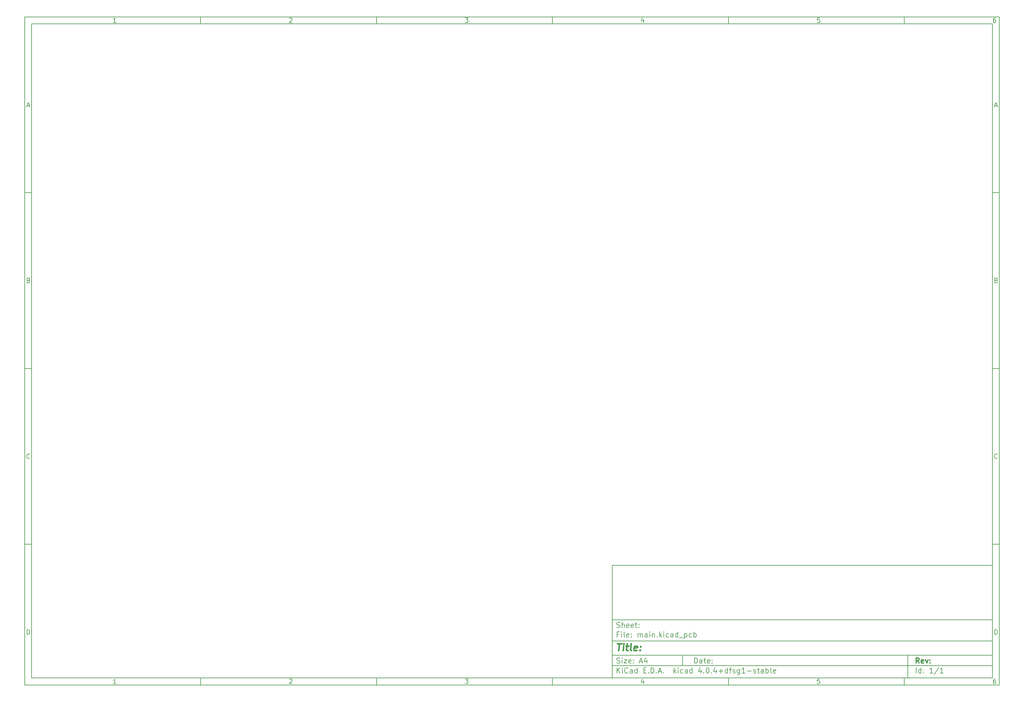
<source format=gbr>
G04 #@! TF.FileFunction,Legend,Bot*
%FSLAX46Y46*%
G04 Gerber Fmt 4.6, Leading zero omitted, Abs format (unit mm)*
G04 Created by KiCad (PCBNEW 4.0.4+dfsg1-stable) date Mon Feb 27 17:01:07 2017*
%MOMM*%
%LPD*%
G01*
G04 APERTURE LIST*
%ADD10C,0.100000*%
%ADD11C,0.150000*%
%ADD12C,0.300000*%
%ADD13C,0.400000*%
G04 APERTURE END LIST*
D10*
D11*
X177002200Y-166007200D02*
X177002200Y-198007200D01*
X285002200Y-198007200D01*
X285002200Y-166007200D01*
X177002200Y-166007200D01*
D10*
D11*
X10000000Y-10000000D02*
X10000000Y-200007200D01*
X287002200Y-200007200D01*
X287002200Y-10000000D01*
X10000000Y-10000000D01*
D10*
D11*
X12000000Y-12000000D02*
X12000000Y-198007200D01*
X285002200Y-198007200D01*
X285002200Y-12000000D01*
X12000000Y-12000000D01*
D10*
D11*
X60000000Y-12000000D02*
X60000000Y-10000000D01*
D10*
D11*
X110000000Y-12000000D02*
X110000000Y-10000000D01*
D10*
D11*
X160000000Y-12000000D02*
X160000000Y-10000000D01*
D10*
D11*
X210000000Y-12000000D02*
X210000000Y-10000000D01*
D10*
D11*
X260000000Y-12000000D02*
X260000000Y-10000000D01*
D10*
D11*
X35990476Y-11588095D02*
X35247619Y-11588095D01*
X35619048Y-11588095D02*
X35619048Y-10288095D01*
X35495238Y-10473810D01*
X35371429Y-10597619D01*
X35247619Y-10659524D01*
D10*
D11*
X85247619Y-10411905D02*
X85309524Y-10350000D01*
X85433333Y-10288095D01*
X85742857Y-10288095D01*
X85866667Y-10350000D01*
X85928571Y-10411905D01*
X85990476Y-10535714D01*
X85990476Y-10659524D01*
X85928571Y-10845238D01*
X85185714Y-11588095D01*
X85990476Y-11588095D01*
D10*
D11*
X135185714Y-10288095D02*
X135990476Y-10288095D01*
X135557143Y-10783333D01*
X135742857Y-10783333D01*
X135866667Y-10845238D01*
X135928571Y-10907143D01*
X135990476Y-11030952D01*
X135990476Y-11340476D01*
X135928571Y-11464286D01*
X135866667Y-11526190D01*
X135742857Y-11588095D01*
X135371429Y-11588095D01*
X135247619Y-11526190D01*
X135185714Y-11464286D01*
D10*
D11*
X185866667Y-10721429D02*
X185866667Y-11588095D01*
X185557143Y-10226190D02*
X185247619Y-11154762D01*
X186052381Y-11154762D01*
D10*
D11*
X235928571Y-10288095D02*
X235309524Y-10288095D01*
X235247619Y-10907143D01*
X235309524Y-10845238D01*
X235433333Y-10783333D01*
X235742857Y-10783333D01*
X235866667Y-10845238D01*
X235928571Y-10907143D01*
X235990476Y-11030952D01*
X235990476Y-11340476D01*
X235928571Y-11464286D01*
X235866667Y-11526190D01*
X235742857Y-11588095D01*
X235433333Y-11588095D01*
X235309524Y-11526190D01*
X235247619Y-11464286D01*
D10*
D11*
X285866667Y-10288095D02*
X285619048Y-10288095D01*
X285495238Y-10350000D01*
X285433333Y-10411905D01*
X285309524Y-10597619D01*
X285247619Y-10845238D01*
X285247619Y-11340476D01*
X285309524Y-11464286D01*
X285371429Y-11526190D01*
X285495238Y-11588095D01*
X285742857Y-11588095D01*
X285866667Y-11526190D01*
X285928571Y-11464286D01*
X285990476Y-11340476D01*
X285990476Y-11030952D01*
X285928571Y-10907143D01*
X285866667Y-10845238D01*
X285742857Y-10783333D01*
X285495238Y-10783333D01*
X285371429Y-10845238D01*
X285309524Y-10907143D01*
X285247619Y-11030952D01*
D10*
D11*
X60000000Y-198007200D02*
X60000000Y-200007200D01*
D10*
D11*
X110000000Y-198007200D02*
X110000000Y-200007200D01*
D10*
D11*
X160000000Y-198007200D02*
X160000000Y-200007200D01*
D10*
D11*
X210000000Y-198007200D02*
X210000000Y-200007200D01*
D10*
D11*
X260000000Y-198007200D02*
X260000000Y-200007200D01*
D10*
D11*
X35990476Y-199595295D02*
X35247619Y-199595295D01*
X35619048Y-199595295D02*
X35619048Y-198295295D01*
X35495238Y-198481010D01*
X35371429Y-198604819D01*
X35247619Y-198666724D01*
D10*
D11*
X85247619Y-198419105D02*
X85309524Y-198357200D01*
X85433333Y-198295295D01*
X85742857Y-198295295D01*
X85866667Y-198357200D01*
X85928571Y-198419105D01*
X85990476Y-198542914D01*
X85990476Y-198666724D01*
X85928571Y-198852438D01*
X85185714Y-199595295D01*
X85990476Y-199595295D01*
D10*
D11*
X135185714Y-198295295D02*
X135990476Y-198295295D01*
X135557143Y-198790533D01*
X135742857Y-198790533D01*
X135866667Y-198852438D01*
X135928571Y-198914343D01*
X135990476Y-199038152D01*
X135990476Y-199347676D01*
X135928571Y-199471486D01*
X135866667Y-199533390D01*
X135742857Y-199595295D01*
X135371429Y-199595295D01*
X135247619Y-199533390D01*
X135185714Y-199471486D01*
D10*
D11*
X185866667Y-198728629D02*
X185866667Y-199595295D01*
X185557143Y-198233390D02*
X185247619Y-199161962D01*
X186052381Y-199161962D01*
D10*
D11*
X235928571Y-198295295D02*
X235309524Y-198295295D01*
X235247619Y-198914343D01*
X235309524Y-198852438D01*
X235433333Y-198790533D01*
X235742857Y-198790533D01*
X235866667Y-198852438D01*
X235928571Y-198914343D01*
X235990476Y-199038152D01*
X235990476Y-199347676D01*
X235928571Y-199471486D01*
X235866667Y-199533390D01*
X235742857Y-199595295D01*
X235433333Y-199595295D01*
X235309524Y-199533390D01*
X235247619Y-199471486D01*
D10*
D11*
X285866667Y-198295295D02*
X285619048Y-198295295D01*
X285495238Y-198357200D01*
X285433333Y-198419105D01*
X285309524Y-198604819D01*
X285247619Y-198852438D01*
X285247619Y-199347676D01*
X285309524Y-199471486D01*
X285371429Y-199533390D01*
X285495238Y-199595295D01*
X285742857Y-199595295D01*
X285866667Y-199533390D01*
X285928571Y-199471486D01*
X285990476Y-199347676D01*
X285990476Y-199038152D01*
X285928571Y-198914343D01*
X285866667Y-198852438D01*
X285742857Y-198790533D01*
X285495238Y-198790533D01*
X285371429Y-198852438D01*
X285309524Y-198914343D01*
X285247619Y-199038152D01*
D10*
D11*
X10000000Y-60000000D02*
X12000000Y-60000000D01*
D10*
D11*
X10000000Y-110000000D02*
X12000000Y-110000000D01*
D10*
D11*
X10000000Y-160000000D02*
X12000000Y-160000000D01*
D10*
D11*
X10690476Y-35216667D02*
X11309524Y-35216667D01*
X10566667Y-35588095D02*
X11000000Y-34288095D01*
X11433333Y-35588095D01*
D10*
D11*
X11092857Y-84907143D02*
X11278571Y-84969048D01*
X11340476Y-85030952D01*
X11402381Y-85154762D01*
X11402381Y-85340476D01*
X11340476Y-85464286D01*
X11278571Y-85526190D01*
X11154762Y-85588095D01*
X10659524Y-85588095D01*
X10659524Y-84288095D01*
X11092857Y-84288095D01*
X11216667Y-84350000D01*
X11278571Y-84411905D01*
X11340476Y-84535714D01*
X11340476Y-84659524D01*
X11278571Y-84783333D01*
X11216667Y-84845238D01*
X11092857Y-84907143D01*
X10659524Y-84907143D01*
D10*
D11*
X11402381Y-135464286D02*
X11340476Y-135526190D01*
X11154762Y-135588095D01*
X11030952Y-135588095D01*
X10845238Y-135526190D01*
X10721429Y-135402381D01*
X10659524Y-135278571D01*
X10597619Y-135030952D01*
X10597619Y-134845238D01*
X10659524Y-134597619D01*
X10721429Y-134473810D01*
X10845238Y-134350000D01*
X11030952Y-134288095D01*
X11154762Y-134288095D01*
X11340476Y-134350000D01*
X11402381Y-134411905D01*
D10*
D11*
X10659524Y-185588095D02*
X10659524Y-184288095D01*
X10969048Y-184288095D01*
X11154762Y-184350000D01*
X11278571Y-184473810D01*
X11340476Y-184597619D01*
X11402381Y-184845238D01*
X11402381Y-185030952D01*
X11340476Y-185278571D01*
X11278571Y-185402381D01*
X11154762Y-185526190D01*
X10969048Y-185588095D01*
X10659524Y-185588095D01*
D10*
D11*
X287002200Y-60000000D02*
X285002200Y-60000000D01*
D10*
D11*
X287002200Y-110000000D02*
X285002200Y-110000000D01*
D10*
D11*
X287002200Y-160000000D02*
X285002200Y-160000000D01*
D10*
D11*
X285692676Y-35216667D02*
X286311724Y-35216667D01*
X285568867Y-35588095D02*
X286002200Y-34288095D01*
X286435533Y-35588095D01*
D10*
D11*
X286095057Y-84907143D02*
X286280771Y-84969048D01*
X286342676Y-85030952D01*
X286404581Y-85154762D01*
X286404581Y-85340476D01*
X286342676Y-85464286D01*
X286280771Y-85526190D01*
X286156962Y-85588095D01*
X285661724Y-85588095D01*
X285661724Y-84288095D01*
X286095057Y-84288095D01*
X286218867Y-84350000D01*
X286280771Y-84411905D01*
X286342676Y-84535714D01*
X286342676Y-84659524D01*
X286280771Y-84783333D01*
X286218867Y-84845238D01*
X286095057Y-84907143D01*
X285661724Y-84907143D01*
D10*
D11*
X286404581Y-135464286D02*
X286342676Y-135526190D01*
X286156962Y-135588095D01*
X286033152Y-135588095D01*
X285847438Y-135526190D01*
X285723629Y-135402381D01*
X285661724Y-135278571D01*
X285599819Y-135030952D01*
X285599819Y-134845238D01*
X285661724Y-134597619D01*
X285723629Y-134473810D01*
X285847438Y-134350000D01*
X286033152Y-134288095D01*
X286156962Y-134288095D01*
X286342676Y-134350000D01*
X286404581Y-134411905D01*
D10*
D11*
X285661724Y-185588095D02*
X285661724Y-184288095D01*
X285971248Y-184288095D01*
X286156962Y-184350000D01*
X286280771Y-184473810D01*
X286342676Y-184597619D01*
X286404581Y-184845238D01*
X286404581Y-185030952D01*
X286342676Y-185278571D01*
X286280771Y-185402381D01*
X286156962Y-185526190D01*
X285971248Y-185588095D01*
X285661724Y-185588095D01*
D10*
D11*
X200359343Y-193785771D02*
X200359343Y-192285771D01*
X200716486Y-192285771D01*
X200930771Y-192357200D01*
X201073629Y-192500057D01*
X201145057Y-192642914D01*
X201216486Y-192928629D01*
X201216486Y-193142914D01*
X201145057Y-193428629D01*
X201073629Y-193571486D01*
X200930771Y-193714343D01*
X200716486Y-193785771D01*
X200359343Y-193785771D01*
X202502200Y-193785771D02*
X202502200Y-193000057D01*
X202430771Y-192857200D01*
X202287914Y-192785771D01*
X202002200Y-192785771D01*
X201859343Y-192857200D01*
X202502200Y-193714343D02*
X202359343Y-193785771D01*
X202002200Y-193785771D01*
X201859343Y-193714343D01*
X201787914Y-193571486D01*
X201787914Y-193428629D01*
X201859343Y-193285771D01*
X202002200Y-193214343D01*
X202359343Y-193214343D01*
X202502200Y-193142914D01*
X203002200Y-192785771D02*
X203573629Y-192785771D01*
X203216486Y-192285771D02*
X203216486Y-193571486D01*
X203287914Y-193714343D01*
X203430772Y-193785771D01*
X203573629Y-193785771D01*
X204645057Y-193714343D02*
X204502200Y-193785771D01*
X204216486Y-193785771D01*
X204073629Y-193714343D01*
X204002200Y-193571486D01*
X204002200Y-193000057D01*
X204073629Y-192857200D01*
X204216486Y-192785771D01*
X204502200Y-192785771D01*
X204645057Y-192857200D01*
X204716486Y-193000057D01*
X204716486Y-193142914D01*
X204002200Y-193285771D01*
X205359343Y-193642914D02*
X205430771Y-193714343D01*
X205359343Y-193785771D01*
X205287914Y-193714343D01*
X205359343Y-193642914D01*
X205359343Y-193785771D01*
X205359343Y-192857200D02*
X205430771Y-192928629D01*
X205359343Y-193000057D01*
X205287914Y-192928629D01*
X205359343Y-192857200D01*
X205359343Y-193000057D01*
D10*
D11*
X177002200Y-194507200D02*
X285002200Y-194507200D01*
D10*
D11*
X178359343Y-196585771D02*
X178359343Y-195085771D01*
X179216486Y-196585771D02*
X178573629Y-195728629D01*
X179216486Y-195085771D02*
X178359343Y-195942914D01*
X179859343Y-196585771D02*
X179859343Y-195585771D01*
X179859343Y-195085771D02*
X179787914Y-195157200D01*
X179859343Y-195228629D01*
X179930771Y-195157200D01*
X179859343Y-195085771D01*
X179859343Y-195228629D01*
X181430772Y-196442914D02*
X181359343Y-196514343D01*
X181145057Y-196585771D01*
X181002200Y-196585771D01*
X180787915Y-196514343D01*
X180645057Y-196371486D01*
X180573629Y-196228629D01*
X180502200Y-195942914D01*
X180502200Y-195728629D01*
X180573629Y-195442914D01*
X180645057Y-195300057D01*
X180787915Y-195157200D01*
X181002200Y-195085771D01*
X181145057Y-195085771D01*
X181359343Y-195157200D01*
X181430772Y-195228629D01*
X182716486Y-196585771D02*
X182716486Y-195800057D01*
X182645057Y-195657200D01*
X182502200Y-195585771D01*
X182216486Y-195585771D01*
X182073629Y-195657200D01*
X182716486Y-196514343D02*
X182573629Y-196585771D01*
X182216486Y-196585771D01*
X182073629Y-196514343D01*
X182002200Y-196371486D01*
X182002200Y-196228629D01*
X182073629Y-196085771D01*
X182216486Y-196014343D01*
X182573629Y-196014343D01*
X182716486Y-195942914D01*
X184073629Y-196585771D02*
X184073629Y-195085771D01*
X184073629Y-196514343D02*
X183930772Y-196585771D01*
X183645058Y-196585771D01*
X183502200Y-196514343D01*
X183430772Y-196442914D01*
X183359343Y-196300057D01*
X183359343Y-195871486D01*
X183430772Y-195728629D01*
X183502200Y-195657200D01*
X183645058Y-195585771D01*
X183930772Y-195585771D01*
X184073629Y-195657200D01*
X185930772Y-195800057D02*
X186430772Y-195800057D01*
X186645058Y-196585771D02*
X185930772Y-196585771D01*
X185930772Y-195085771D01*
X186645058Y-195085771D01*
X187287915Y-196442914D02*
X187359343Y-196514343D01*
X187287915Y-196585771D01*
X187216486Y-196514343D01*
X187287915Y-196442914D01*
X187287915Y-196585771D01*
X188002201Y-196585771D02*
X188002201Y-195085771D01*
X188359344Y-195085771D01*
X188573629Y-195157200D01*
X188716487Y-195300057D01*
X188787915Y-195442914D01*
X188859344Y-195728629D01*
X188859344Y-195942914D01*
X188787915Y-196228629D01*
X188716487Y-196371486D01*
X188573629Y-196514343D01*
X188359344Y-196585771D01*
X188002201Y-196585771D01*
X189502201Y-196442914D02*
X189573629Y-196514343D01*
X189502201Y-196585771D01*
X189430772Y-196514343D01*
X189502201Y-196442914D01*
X189502201Y-196585771D01*
X190145058Y-196157200D02*
X190859344Y-196157200D01*
X190002201Y-196585771D02*
X190502201Y-195085771D01*
X191002201Y-196585771D01*
X191502201Y-196442914D02*
X191573629Y-196514343D01*
X191502201Y-196585771D01*
X191430772Y-196514343D01*
X191502201Y-196442914D01*
X191502201Y-196585771D01*
X194502201Y-196585771D02*
X194502201Y-195085771D01*
X194645058Y-196014343D02*
X195073629Y-196585771D01*
X195073629Y-195585771D02*
X194502201Y-196157200D01*
X195716487Y-196585771D02*
X195716487Y-195585771D01*
X195716487Y-195085771D02*
X195645058Y-195157200D01*
X195716487Y-195228629D01*
X195787915Y-195157200D01*
X195716487Y-195085771D01*
X195716487Y-195228629D01*
X197073630Y-196514343D02*
X196930773Y-196585771D01*
X196645059Y-196585771D01*
X196502201Y-196514343D01*
X196430773Y-196442914D01*
X196359344Y-196300057D01*
X196359344Y-195871486D01*
X196430773Y-195728629D01*
X196502201Y-195657200D01*
X196645059Y-195585771D01*
X196930773Y-195585771D01*
X197073630Y-195657200D01*
X198359344Y-196585771D02*
X198359344Y-195800057D01*
X198287915Y-195657200D01*
X198145058Y-195585771D01*
X197859344Y-195585771D01*
X197716487Y-195657200D01*
X198359344Y-196514343D02*
X198216487Y-196585771D01*
X197859344Y-196585771D01*
X197716487Y-196514343D01*
X197645058Y-196371486D01*
X197645058Y-196228629D01*
X197716487Y-196085771D01*
X197859344Y-196014343D01*
X198216487Y-196014343D01*
X198359344Y-195942914D01*
X199716487Y-196585771D02*
X199716487Y-195085771D01*
X199716487Y-196514343D02*
X199573630Y-196585771D01*
X199287916Y-196585771D01*
X199145058Y-196514343D01*
X199073630Y-196442914D01*
X199002201Y-196300057D01*
X199002201Y-195871486D01*
X199073630Y-195728629D01*
X199145058Y-195657200D01*
X199287916Y-195585771D01*
X199573630Y-195585771D01*
X199716487Y-195657200D01*
X202216487Y-195585771D02*
X202216487Y-196585771D01*
X201859344Y-195014343D02*
X201502201Y-196085771D01*
X202430773Y-196085771D01*
X203002201Y-196442914D02*
X203073629Y-196514343D01*
X203002201Y-196585771D01*
X202930772Y-196514343D01*
X203002201Y-196442914D01*
X203002201Y-196585771D01*
X204002201Y-195085771D02*
X204145058Y-195085771D01*
X204287915Y-195157200D01*
X204359344Y-195228629D01*
X204430773Y-195371486D01*
X204502201Y-195657200D01*
X204502201Y-196014343D01*
X204430773Y-196300057D01*
X204359344Y-196442914D01*
X204287915Y-196514343D01*
X204145058Y-196585771D01*
X204002201Y-196585771D01*
X203859344Y-196514343D01*
X203787915Y-196442914D01*
X203716487Y-196300057D01*
X203645058Y-196014343D01*
X203645058Y-195657200D01*
X203716487Y-195371486D01*
X203787915Y-195228629D01*
X203859344Y-195157200D01*
X204002201Y-195085771D01*
X205145058Y-196442914D02*
X205216486Y-196514343D01*
X205145058Y-196585771D01*
X205073629Y-196514343D01*
X205145058Y-196442914D01*
X205145058Y-196585771D01*
X206502201Y-195585771D02*
X206502201Y-196585771D01*
X206145058Y-195014343D02*
X205787915Y-196085771D01*
X206716487Y-196085771D01*
X207287915Y-196014343D02*
X208430772Y-196014343D01*
X207859343Y-196585771D02*
X207859343Y-195442914D01*
X209787915Y-196585771D02*
X209787915Y-195085771D01*
X209787915Y-196514343D02*
X209645058Y-196585771D01*
X209359344Y-196585771D01*
X209216486Y-196514343D01*
X209145058Y-196442914D01*
X209073629Y-196300057D01*
X209073629Y-195871486D01*
X209145058Y-195728629D01*
X209216486Y-195657200D01*
X209359344Y-195585771D01*
X209645058Y-195585771D01*
X209787915Y-195657200D01*
X210287915Y-195585771D02*
X210859344Y-195585771D01*
X210502201Y-196585771D02*
X210502201Y-195300057D01*
X210573629Y-195157200D01*
X210716487Y-195085771D01*
X210859344Y-195085771D01*
X211287915Y-196514343D02*
X211430772Y-196585771D01*
X211716487Y-196585771D01*
X211859344Y-196514343D01*
X211930772Y-196371486D01*
X211930772Y-196300057D01*
X211859344Y-196157200D01*
X211716487Y-196085771D01*
X211502201Y-196085771D01*
X211359344Y-196014343D01*
X211287915Y-195871486D01*
X211287915Y-195800057D01*
X211359344Y-195657200D01*
X211502201Y-195585771D01*
X211716487Y-195585771D01*
X211859344Y-195657200D01*
X213216487Y-195585771D02*
X213216487Y-196800057D01*
X213145058Y-196942914D01*
X213073630Y-197014343D01*
X212930773Y-197085771D01*
X212716487Y-197085771D01*
X212573630Y-197014343D01*
X213216487Y-196514343D02*
X213073630Y-196585771D01*
X212787916Y-196585771D01*
X212645058Y-196514343D01*
X212573630Y-196442914D01*
X212502201Y-196300057D01*
X212502201Y-195871486D01*
X212573630Y-195728629D01*
X212645058Y-195657200D01*
X212787916Y-195585771D01*
X213073630Y-195585771D01*
X213216487Y-195657200D01*
X214716487Y-196585771D02*
X213859344Y-196585771D01*
X214287916Y-196585771D02*
X214287916Y-195085771D01*
X214145059Y-195300057D01*
X214002201Y-195442914D01*
X213859344Y-195514343D01*
X215359344Y-196014343D02*
X216502201Y-196014343D01*
X217145058Y-196514343D02*
X217287915Y-196585771D01*
X217573630Y-196585771D01*
X217716487Y-196514343D01*
X217787915Y-196371486D01*
X217787915Y-196300057D01*
X217716487Y-196157200D01*
X217573630Y-196085771D01*
X217359344Y-196085771D01*
X217216487Y-196014343D01*
X217145058Y-195871486D01*
X217145058Y-195800057D01*
X217216487Y-195657200D01*
X217359344Y-195585771D01*
X217573630Y-195585771D01*
X217716487Y-195657200D01*
X218216487Y-195585771D02*
X218787916Y-195585771D01*
X218430773Y-195085771D02*
X218430773Y-196371486D01*
X218502201Y-196514343D01*
X218645059Y-196585771D01*
X218787916Y-196585771D01*
X219930773Y-196585771D02*
X219930773Y-195800057D01*
X219859344Y-195657200D01*
X219716487Y-195585771D01*
X219430773Y-195585771D01*
X219287916Y-195657200D01*
X219930773Y-196514343D02*
X219787916Y-196585771D01*
X219430773Y-196585771D01*
X219287916Y-196514343D01*
X219216487Y-196371486D01*
X219216487Y-196228629D01*
X219287916Y-196085771D01*
X219430773Y-196014343D01*
X219787916Y-196014343D01*
X219930773Y-195942914D01*
X220645059Y-196585771D02*
X220645059Y-195085771D01*
X220645059Y-195657200D02*
X220787916Y-195585771D01*
X221073630Y-195585771D01*
X221216487Y-195657200D01*
X221287916Y-195728629D01*
X221359345Y-195871486D01*
X221359345Y-196300057D01*
X221287916Y-196442914D01*
X221216487Y-196514343D01*
X221073630Y-196585771D01*
X220787916Y-196585771D01*
X220645059Y-196514343D01*
X222216488Y-196585771D02*
X222073630Y-196514343D01*
X222002202Y-196371486D01*
X222002202Y-195085771D01*
X223359344Y-196514343D02*
X223216487Y-196585771D01*
X222930773Y-196585771D01*
X222787916Y-196514343D01*
X222716487Y-196371486D01*
X222716487Y-195800057D01*
X222787916Y-195657200D01*
X222930773Y-195585771D01*
X223216487Y-195585771D01*
X223359344Y-195657200D01*
X223430773Y-195800057D01*
X223430773Y-195942914D01*
X222716487Y-196085771D01*
D10*
D11*
X177002200Y-191507200D02*
X285002200Y-191507200D01*
D10*
D12*
X264216486Y-193785771D02*
X263716486Y-193071486D01*
X263359343Y-193785771D02*
X263359343Y-192285771D01*
X263930771Y-192285771D01*
X264073629Y-192357200D01*
X264145057Y-192428629D01*
X264216486Y-192571486D01*
X264216486Y-192785771D01*
X264145057Y-192928629D01*
X264073629Y-193000057D01*
X263930771Y-193071486D01*
X263359343Y-193071486D01*
X265430771Y-193714343D02*
X265287914Y-193785771D01*
X265002200Y-193785771D01*
X264859343Y-193714343D01*
X264787914Y-193571486D01*
X264787914Y-193000057D01*
X264859343Y-192857200D01*
X265002200Y-192785771D01*
X265287914Y-192785771D01*
X265430771Y-192857200D01*
X265502200Y-193000057D01*
X265502200Y-193142914D01*
X264787914Y-193285771D01*
X266002200Y-192785771D02*
X266359343Y-193785771D01*
X266716485Y-192785771D01*
X267287914Y-193642914D02*
X267359342Y-193714343D01*
X267287914Y-193785771D01*
X267216485Y-193714343D01*
X267287914Y-193642914D01*
X267287914Y-193785771D01*
X267287914Y-192857200D02*
X267359342Y-192928629D01*
X267287914Y-193000057D01*
X267216485Y-192928629D01*
X267287914Y-192857200D01*
X267287914Y-193000057D01*
D10*
D11*
X178287914Y-193714343D02*
X178502200Y-193785771D01*
X178859343Y-193785771D01*
X179002200Y-193714343D01*
X179073629Y-193642914D01*
X179145057Y-193500057D01*
X179145057Y-193357200D01*
X179073629Y-193214343D01*
X179002200Y-193142914D01*
X178859343Y-193071486D01*
X178573629Y-193000057D01*
X178430771Y-192928629D01*
X178359343Y-192857200D01*
X178287914Y-192714343D01*
X178287914Y-192571486D01*
X178359343Y-192428629D01*
X178430771Y-192357200D01*
X178573629Y-192285771D01*
X178930771Y-192285771D01*
X179145057Y-192357200D01*
X179787914Y-193785771D02*
X179787914Y-192785771D01*
X179787914Y-192285771D02*
X179716485Y-192357200D01*
X179787914Y-192428629D01*
X179859342Y-192357200D01*
X179787914Y-192285771D01*
X179787914Y-192428629D01*
X180359343Y-192785771D02*
X181145057Y-192785771D01*
X180359343Y-193785771D01*
X181145057Y-193785771D01*
X182287914Y-193714343D02*
X182145057Y-193785771D01*
X181859343Y-193785771D01*
X181716486Y-193714343D01*
X181645057Y-193571486D01*
X181645057Y-193000057D01*
X181716486Y-192857200D01*
X181859343Y-192785771D01*
X182145057Y-192785771D01*
X182287914Y-192857200D01*
X182359343Y-193000057D01*
X182359343Y-193142914D01*
X181645057Y-193285771D01*
X183002200Y-193642914D02*
X183073628Y-193714343D01*
X183002200Y-193785771D01*
X182930771Y-193714343D01*
X183002200Y-193642914D01*
X183002200Y-193785771D01*
X183002200Y-192857200D02*
X183073628Y-192928629D01*
X183002200Y-193000057D01*
X182930771Y-192928629D01*
X183002200Y-192857200D01*
X183002200Y-193000057D01*
X184787914Y-193357200D02*
X185502200Y-193357200D01*
X184645057Y-193785771D02*
X185145057Y-192285771D01*
X185645057Y-193785771D01*
X186787914Y-192785771D02*
X186787914Y-193785771D01*
X186430771Y-192214343D02*
X186073628Y-193285771D01*
X187002200Y-193285771D01*
D10*
D11*
X263359343Y-196585771D02*
X263359343Y-195085771D01*
X264716486Y-196585771D02*
X264716486Y-195085771D01*
X264716486Y-196514343D02*
X264573629Y-196585771D01*
X264287915Y-196585771D01*
X264145057Y-196514343D01*
X264073629Y-196442914D01*
X264002200Y-196300057D01*
X264002200Y-195871486D01*
X264073629Y-195728629D01*
X264145057Y-195657200D01*
X264287915Y-195585771D01*
X264573629Y-195585771D01*
X264716486Y-195657200D01*
X265430772Y-196442914D02*
X265502200Y-196514343D01*
X265430772Y-196585771D01*
X265359343Y-196514343D01*
X265430772Y-196442914D01*
X265430772Y-196585771D01*
X265430772Y-195657200D02*
X265502200Y-195728629D01*
X265430772Y-195800057D01*
X265359343Y-195728629D01*
X265430772Y-195657200D01*
X265430772Y-195800057D01*
X268073629Y-196585771D02*
X267216486Y-196585771D01*
X267645058Y-196585771D02*
X267645058Y-195085771D01*
X267502201Y-195300057D01*
X267359343Y-195442914D01*
X267216486Y-195514343D01*
X269787914Y-195014343D02*
X268502200Y-196942914D01*
X271073629Y-196585771D02*
X270216486Y-196585771D01*
X270645058Y-196585771D02*
X270645058Y-195085771D01*
X270502201Y-195300057D01*
X270359343Y-195442914D01*
X270216486Y-195514343D01*
D10*
D11*
X177002200Y-187507200D02*
X285002200Y-187507200D01*
D10*
D13*
X178454581Y-188211962D02*
X179597438Y-188211962D01*
X178776010Y-190211962D02*
X179026010Y-188211962D01*
X180014105Y-190211962D02*
X180180771Y-188878629D01*
X180264105Y-188211962D02*
X180156962Y-188307200D01*
X180240295Y-188402438D01*
X180347439Y-188307200D01*
X180264105Y-188211962D01*
X180240295Y-188402438D01*
X180847438Y-188878629D02*
X181609343Y-188878629D01*
X181216486Y-188211962D02*
X181002200Y-189926248D01*
X181073630Y-190116724D01*
X181252201Y-190211962D01*
X181442677Y-190211962D01*
X182395058Y-190211962D02*
X182216487Y-190116724D01*
X182145057Y-189926248D01*
X182359343Y-188211962D01*
X183930772Y-190116724D02*
X183728391Y-190211962D01*
X183347439Y-190211962D01*
X183168867Y-190116724D01*
X183097438Y-189926248D01*
X183192676Y-189164343D01*
X183311724Y-188973867D01*
X183514105Y-188878629D01*
X183895057Y-188878629D01*
X184073629Y-188973867D01*
X184145057Y-189164343D01*
X184121248Y-189354819D01*
X183145057Y-189545295D01*
X184895057Y-190021486D02*
X184978392Y-190116724D01*
X184871248Y-190211962D01*
X184787915Y-190116724D01*
X184895057Y-190021486D01*
X184871248Y-190211962D01*
X185026010Y-188973867D02*
X185109344Y-189069105D01*
X185002200Y-189164343D01*
X184918867Y-189069105D01*
X185026010Y-188973867D01*
X185002200Y-189164343D01*
D10*
D11*
X178859343Y-185600057D02*
X178359343Y-185600057D01*
X178359343Y-186385771D02*
X178359343Y-184885771D01*
X179073629Y-184885771D01*
X179645057Y-186385771D02*
X179645057Y-185385771D01*
X179645057Y-184885771D02*
X179573628Y-184957200D01*
X179645057Y-185028629D01*
X179716485Y-184957200D01*
X179645057Y-184885771D01*
X179645057Y-185028629D01*
X180573629Y-186385771D02*
X180430771Y-186314343D01*
X180359343Y-186171486D01*
X180359343Y-184885771D01*
X181716485Y-186314343D02*
X181573628Y-186385771D01*
X181287914Y-186385771D01*
X181145057Y-186314343D01*
X181073628Y-186171486D01*
X181073628Y-185600057D01*
X181145057Y-185457200D01*
X181287914Y-185385771D01*
X181573628Y-185385771D01*
X181716485Y-185457200D01*
X181787914Y-185600057D01*
X181787914Y-185742914D01*
X181073628Y-185885771D01*
X182430771Y-186242914D02*
X182502199Y-186314343D01*
X182430771Y-186385771D01*
X182359342Y-186314343D01*
X182430771Y-186242914D01*
X182430771Y-186385771D01*
X182430771Y-185457200D02*
X182502199Y-185528629D01*
X182430771Y-185600057D01*
X182359342Y-185528629D01*
X182430771Y-185457200D01*
X182430771Y-185600057D01*
X184287914Y-186385771D02*
X184287914Y-185385771D01*
X184287914Y-185528629D02*
X184359342Y-185457200D01*
X184502200Y-185385771D01*
X184716485Y-185385771D01*
X184859342Y-185457200D01*
X184930771Y-185600057D01*
X184930771Y-186385771D01*
X184930771Y-185600057D02*
X185002200Y-185457200D01*
X185145057Y-185385771D01*
X185359342Y-185385771D01*
X185502200Y-185457200D01*
X185573628Y-185600057D01*
X185573628Y-186385771D01*
X186930771Y-186385771D02*
X186930771Y-185600057D01*
X186859342Y-185457200D01*
X186716485Y-185385771D01*
X186430771Y-185385771D01*
X186287914Y-185457200D01*
X186930771Y-186314343D02*
X186787914Y-186385771D01*
X186430771Y-186385771D01*
X186287914Y-186314343D01*
X186216485Y-186171486D01*
X186216485Y-186028629D01*
X186287914Y-185885771D01*
X186430771Y-185814343D01*
X186787914Y-185814343D01*
X186930771Y-185742914D01*
X187645057Y-186385771D02*
X187645057Y-185385771D01*
X187645057Y-184885771D02*
X187573628Y-184957200D01*
X187645057Y-185028629D01*
X187716485Y-184957200D01*
X187645057Y-184885771D01*
X187645057Y-185028629D01*
X188359343Y-185385771D02*
X188359343Y-186385771D01*
X188359343Y-185528629D02*
X188430771Y-185457200D01*
X188573629Y-185385771D01*
X188787914Y-185385771D01*
X188930771Y-185457200D01*
X189002200Y-185600057D01*
X189002200Y-186385771D01*
X189716486Y-186242914D02*
X189787914Y-186314343D01*
X189716486Y-186385771D01*
X189645057Y-186314343D01*
X189716486Y-186242914D01*
X189716486Y-186385771D01*
X190430772Y-186385771D02*
X190430772Y-184885771D01*
X190573629Y-185814343D02*
X191002200Y-186385771D01*
X191002200Y-185385771D02*
X190430772Y-185957200D01*
X191645058Y-186385771D02*
X191645058Y-185385771D01*
X191645058Y-184885771D02*
X191573629Y-184957200D01*
X191645058Y-185028629D01*
X191716486Y-184957200D01*
X191645058Y-184885771D01*
X191645058Y-185028629D01*
X193002201Y-186314343D02*
X192859344Y-186385771D01*
X192573630Y-186385771D01*
X192430772Y-186314343D01*
X192359344Y-186242914D01*
X192287915Y-186100057D01*
X192287915Y-185671486D01*
X192359344Y-185528629D01*
X192430772Y-185457200D01*
X192573630Y-185385771D01*
X192859344Y-185385771D01*
X193002201Y-185457200D01*
X194287915Y-186385771D02*
X194287915Y-185600057D01*
X194216486Y-185457200D01*
X194073629Y-185385771D01*
X193787915Y-185385771D01*
X193645058Y-185457200D01*
X194287915Y-186314343D02*
X194145058Y-186385771D01*
X193787915Y-186385771D01*
X193645058Y-186314343D01*
X193573629Y-186171486D01*
X193573629Y-186028629D01*
X193645058Y-185885771D01*
X193787915Y-185814343D01*
X194145058Y-185814343D01*
X194287915Y-185742914D01*
X195645058Y-186385771D02*
X195645058Y-184885771D01*
X195645058Y-186314343D02*
X195502201Y-186385771D01*
X195216487Y-186385771D01*
X195073629Y-186314343D01*
X195002201Y-186242914D01*
X194930772Y-186100057D01*
X194930772Y-185671486D01*
X195002201Y-185528629D01*
X195073629Y-185457200D01*
X195216487Y-185385771D01*
X195502201Y-185385771D01*
X195645058Y-185457200D01*
X196002201Y-186528629D02*
X197145058Y-186528629D01*
X197502201Y-185385771D02*
X197502201Y-186885771D01*
X197502201Y-185457200D02*
X197645058Y-185385771D01*
X197930772Y-185385771D01*
X198073629Y-185457200D01*
X198145058Y-185528629D01*
X198216487Y-185671486D01*
X198216487Y-186100057D01*
X198145058Y-186242914D01*
X198073629Y-186314343D01*
X197930772Y-186385771D01*
X197645058Y-186385771D01*
X197502201Y-186314343D01*
X199502201Y-186314343D02*
X199359344Y-186385771D01*
X199073630Y-186385771D01*
X198930772Y-186314343D01*
X198859344Y-186242914D01*
X198787915Y-186100057D01*
X198787915Y-185671486D01*
X198859344Y-185528629D01*
X198930772Y-185457200D01*
X199073630Y-185385771D01*
X199359344Y-185385771D01*
X199502201Y-185457200D01*
X200145058Y-186385771D02*
X200145058Y-184885771D01*
X200145058Y-185457200D02*
X200287915Y-185385771D01*
X200573629Y-185385771D01*
X200716486Y-185457200D01*
X200787915Y-185528629D01*
X200859344Y-185671486D01*
X200859344Y-186100057D01*
X200787915Y-186242914D01*
X200716486Y-186314343D01*
X200573629Y-186385771D01*
X200287915Y-186385771D01*
X200145058Y-186314343D01*
D10*
D11*
X177002200Y-181507200D02*
X285002200Y-181507200D01*
D10*
D11*
X178287914Y-183614343D02*
X178502200Y-183685771D01*
X178859343Y-183685771D01*
X179002200Y-183614343D01*
X179073629Y-183542914D01*
X179145057Y-183400057D01*
X179145057Y-183257200D01*
X179073629Y-183114343D01*
X179002200Y-183042914D01*
X178859343Y-182971486D01*
X178573629Y-182900057D01*
X178430771Y-182828629D01*
X178359343Y-182757200D01*
X178287914Y-182614343D01*
X178287914Y-182471486D01*
X178359343Y-182328629D01*
X178430771Y-182257200D01*
X178573629Y-182185771D01*
X178930771Y-182185771D01*
X179145057Y-182257200D01*
X179787914Y-183685771D02*
X179787914Y-182185771D01*
X180430771Y-183685771D02*
X180430771Y-182900057D01*
X180359342Y-182757200D01*
X180216485Y-182685771D01*
X180002200Y-182685771D01*
X179859342Y-182757200D01*
X179787914Y-182828629D01*
X181716485Y-183614343D02*
X181573628Y-183685771D01*
X181287914Y-183685771D01*
X181145057Y-183614343D01*
X181073628Y-183471486D01*
X181073628Y-182900057D01*
X181145057Y-182757200D01*
X181287914Y-182685771D01*
X181573628Y-182685771D01*
X181716485Y-182757200D01*
X181787914Y-182900057D01*
X181787914Y-183042914D01*
X181073628Y-183185771D01*
X183002199Y-183614343D02*
X182859342Y-183685771D01*
X182573628Y-183685771D01*
X182430771Y-183614343D01*
X182359342Y-183471486D01*
X182359342Y-182900057D01*
X182430771Y-182757200D01*
X182573628Y-182685771D01*
X182859342Y-182685771D01*
X183002199Y-182757200D01*
X183073628Y-182900057D01*
X183073628Y-183042914D01*
X182359342Y-183185771D01*
X183502199Y-182685771D02*
X184073628Y-182685771D01*
X183716485Y-182185771D02*
X183716485Y-183471486D01*
X183787913Y-183614343D01*
X183930771Y-183685771D01*
X184073628Y-183685771D01*
X184573628Y-183542914D02*
X184645056Y-183614343D01*
X184573628Y-183685771D01*
X184502199Y-183614343D01*
X184573628Y-183542914D01*
X184573628Y-183685771D01*
X184573628Y-182757200D02*
X184645056Y-182828629D01*
X184573628Y-182900057D01*
X184502199Y-182828629D01*
X184573628Y-182757200D01*
X184573628Y-182900057D01*
D10*
D11*
X197002200Y-191507200D02*
X197002200Y-194507200D01*
D10*
D11*
X261002200Y-191507200D02*
X261002200Y-198007200D01*
M02*

</source>
